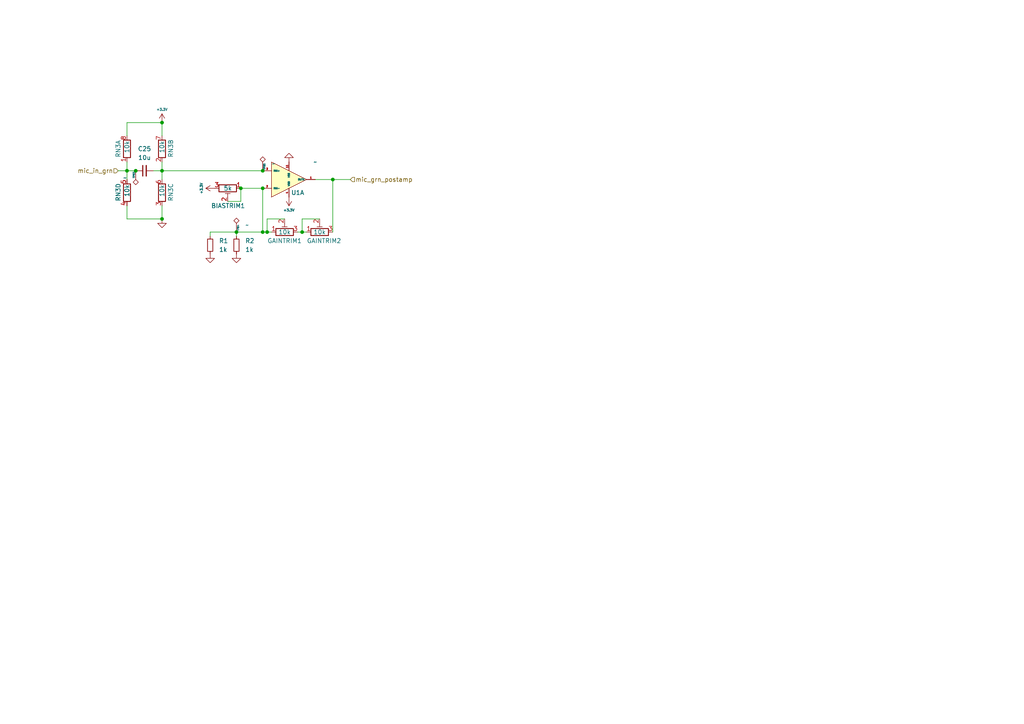
<source format=kicad_sch>
(kicad_sch (version 20230121) (generator eeschema)
  (paper "A4")
  (lib_symbols
    (symbol "Connector:TestPoint_Alt" (pin_numbers hide) (pin_names (offset 0.762) hide)
      (property "Reference" "TP" (at 0 6.858 0))
      (property "Value" "TestPoint_Alt" (at 0 5.08 0))
      (symbol "TestPoint_Alt_0_1"
        (polyline (pts (xy 0 2.54) (xy -0.762 3.302) (xy 0 4.064) (xy 0.762 3.302) (xy 0 2.54)))
      )
      (symbol "TestPoint_Alt_1_1"
        (pin passive line (at 0 0 90) (length 2.54) (name "1") (number "1"))
      )
    )
    (symbol "Device:C_Small" (pin_numbers hide) (pin_names (offset 0.254) hide)
      (property "Reference" "C" (at 0.254 1.778 0))
      (property "Value" "C_Small" (at 0.254 -2.032 0))
      (symbol "C_Small_0_1"
        (polyline (pts (xy -1.524 -0.508) (xy 1.524 -0.508)) (stroke (width 0.3302)))
        (polyline (pts (xy -1.524 0.508) (xy 1.524 0.508)) (stroke (width 0.3048)))
      )
      (symbol "C_Small_1_1"
        (pin passive line (at 0 2.54 270) (length 2.032) (name "~") (number "1"))
        (pin passive line (at 0 -2.54 90) (length 2.032) (name "~") (number "2"))
      )
    )
    (symbol "Device:R_Pack04_Split" (pin_names (offset 0) hide)
      (property "Reference" "RN" (at 2.032 0 90))
      (property "Value" "R_Pack04_Split" (at 0 0 90))
      (symbol "R_Pack04_Split_0_1"
        (rectangle (start 1.016 2.54) (end -1.016 -2.54) (stroke (width 0.254)))
      )
      (symbol "R_Pack04_Split_1_1"
        (pin passive line (at 0 -3.81 90) (length 1.27) (name "R1.1") (number "1"))
        (pin passive line (at 0 3.81 270) (length 1.27) (name "R1.2") (number "8"))
      )
      (symbol "R_Pack04_Split_2_1"
        (pin passive line (at 0 -3.81 90) (length 1.27) (name "R2.1") (number "2"))
        (pin passive line (at 0 3.81 270) (length 1.27) (name "R2.2") (number "7"))
      )
      (symbol "R_Pack04_Split_3_1"
        (pin passive line (at 0 -3.81 90) (length 1.27) (name "R3.1") (number "3"))
        (pin passive line (at 0 3.81 270) (length 1.27) (name "R3.2") (number "6"))
      )
      (symbol "R_Pack04_Split_4_1"
        (pin passive line (at 0 -3.81 90) (length 1.27) (name "R4.1") (number "4"))
        (pin passive line (at 0 3.81 270) (length 1.27) (name "R4.2") (number "5"))
      )
    )
    (symbol "Device:R_Potentiometer_Trim" (pin_names (offset 1.016) hide)
      (property "Reference" "RV" (at -4.445 0 90))
      (property "Value" "R_Potentiometer_Trim" (at -2.54 0 90))
      (symbol "R_Potentiometer_Trim_0_1"
        (polyline (pts (xy 1.524 0.762) (xy 1.524 -0.762)))
        (polyline (pts (xy 2.54 0) (xy 1.524 0)))
        (rectangle (start 1.016 2.54) (end -1.016 -2.54) (stroke (width 0.254)))
      )
      (symbol "R_Potentiometer_Trim_1_1"
        (pin passive line (at 0 3.81 270) (length 1.27) (name "1") (number "1"))
        (pin passive line (at 3.81 0 180) (length 1.27) (name "2") (number "2"))
        (pin passive line (at 0 -3.81 90) (length 1.27) (name "3") (number "3"))
      )
    )
    (symbol "Device:R_Small" (pin_numbers hide) (pin_names (offset 0.254) hide)
      (property "Reference" "R" (at 0.762 0.508 0))
      (property "Value" "R_Small" (at 0.762 -1.016 0))
      (symbol "R_Small_0_1"
        (rectangle (start -0.762 1.778) (end 0.762 -1.778) (stroke (width 0.2032)))
      )
      (symbol "R_Small_1_1"
        (pin passive line (at 0 2.54 270) (length 0.762) (name "~") (number "1"))
        (pin passive line (at 0 -2.54 90) (length 0.762) (name "~") (number "2"))
      )
    )
    (symbol "RTOS_POD:MCP6489-E/SL"
      (property "Reference" "U" (at 8.89 -2.54 0))
      (symbol "MCP6489-E/SL_0_1"
        (polyline (pts (xy 0 5.08) (xy 10.16 0) (xy 0 -5.08) (xy 0 5.08)) (fill (type background)))
        (pin power_in line (at 5.08 -5.08 90) (length 2.54) (name "VSS") (number "11"))
        (pin power_in line (at 5.08 5.08 270) (length 2.54) (name "VDD") (number "4"))
      )
      (symbol "MCP6489-E/SL_1_1"
        (pin output line (at 12.7 0 180) (length 2.54) (name "OUTA") (number "1"))
        (pin input line (at -2.54 2.54 0) (length 2.54) (name "INA-") (number "2"))
        (pin input line (at -2.54 -2.54 0) (length 2.54) (name "INA+") (number "3"))
      )
      (symbol "MCP6489-E/SL_2_1"
        (pin input line (at -2.54 -2.54 0) (length 2.54) (name "INB+") (number "5"))
        (pin input line (at -2.54 2.54 0) (length 2.54) (name "INB-") (number "6"))
        (pin output line (at 12.7 0 180) (length 2.54) (name "OUTB") (number "7"))
      )
      (symbol "MCP6489-E/SL_3_1"
        (pin input line (at -2.54 -2.54 0) (length 2.54) (name "INC+") (number "10"))
        (pin output line (at 12.7 0 180) (length 2.54) (name "OUTA") (number "8"))
        (pin input line (at -2.54 2.54 0) (length 2.54) (name "INC-") (number "9"))
      )
      (symbol "MCP6489-E/SL_4_1"
        (pin input line (at -2.54 -2.54 0) (length 2.54) (name "IND+") (number "12"))
        (pin input line (at -2.54 2.54 0) (length 2.54) (name "IND-") (number "13"))
        (pin output line (at 12.7 0 180) (length 2.54) (name "OUTD") (number "14"))
      )
    )
    (symbol "power:+3.3V" (power) (pin_names (offset 0))
      (property "Value" "+3.3V" (at 0 3.556 0))
      (symbol "+3.3V_0_1"
        (polyline (pts (xy -0.762 1.27) (xy 0 2.54)))
        (polyline (pts (xy 0 0) (xy 0 2.54)))
        (polyline (pts (xy 0 2.54) (xy 0.762 1.27)))
      )
      (symbol "+3.3V_1_1"
        (pin power_in line (at 0 0 90) (length 0) hide (name "+3.3V") (number "1"))
      )
    )
    (symbol "power:GND" (power) (pin_names (offset 0))
      (property "Value" "GND" (at 0 -3.81 0))
      (symbol "GND_0_1"
        (polyline (pts (xy 0 0) (xy 0 -1.27) (xy 1.27 -1.27) (xy 0 -2.54) (xy -1.27 -1.27) (xy 0 -1.27)))
      )
      (symbol "GND_1_1"
        (pin power_in line (at 0 0 270) (length 0) hide (name "GND") (number "1"))
      )
    )
  )
  (junction (at 46.99 35.56))
  (junction (at 69.85 54.61))
  (junction (at 76.2 49.53))
  (junction (at 68.58 67.31))
  (junction (at 46.99 49.53))
  (junction (at 76.2 67.31))
  (junction (at 77.47 67.31))
  (junction (at 36.83 49.53))
  (junction (at 87.63 67.31))
  (junction (at 39.37 49.53))
  (junction (at 76.2 54.61))
  (junction (at 46.99 63.5))
  (junction (at 96.52 52.07))
  (wire (pts (xy 46.99 49.53) (xy 76.2 49.53)))
  (wire (pts (xy 87.63 67.31) (xy 88.9 67.31)))
  (wire (pts (xy 36.83 35.56) (xy 36.83 39.37)))
  (wire (pts (xy 46.99 46.99) (xy 46.99 49.53)))
  (wire (pts (xy 36.83 59.69) (xy 36.83 63.5)))
  (wire (pts (xy 77.47 63.5) (xy 77.47 67.31)))
  (wire (pts (xy 91.44 52.07) (xy 96.52 52.07)))
  (wire (pts (xy 36.83 49.53) (xy 36.83 52.07)))
  (wire (pts (xy 46.99 49.53) (xy 46.99 52.07)))
  (wire (pts (xy 66.04 58.42) (xy 69.85 58.42)))
  (wire (pts (xy 46.99 35.56) (xy 46.99 39.37)))
  (wire (pts (xy 87.63 63.5) (xy 92.71 63.5)))
  (wire (pts (xy 76.2 54.61) (xy 76.2 67.31)))
  (wire (pts (xy 87.63 63.5) (xy 87.63 67.31)))
  (wire (pts (xy 76.2 67.31) (xy 77.47 67.31)))
  (wire (pts (xy 68.58 67.31) (xy 76.2 67.31)))
  (wire (pts (xy 36.83 46.99) (xy 36.83 49.53)))
  (wire (pts (xy 69.85 54.61) (xy 69.85 58.42)))
  (wire (pts (xy 46.99 59.69) (xy 46.99 63.5)))
  (wire (pts (xy 96.52 52.07) (xy 96.52 67.31)))
  (wire (pts (xy 36.83 35.56) (xy 46.99 35.56)))
  (wire (pts (xy 86.36 67.31) (xy 87.63 67.31)))
  (wire (pts (xy 60.96 67.31) (xy 60.96 68.58)))
  (wire (pts (xy 68.58 67.31) (xy 68.58 68.58)))
  (wire (pts (xy 68.58 67.31) (xy 60.96 67.31)))
  (wire (pts (xy 36.83 49.53) (xy 39.37 49.53)))
  (wire (pts (xy 77.47 63.5) (xy 82.55 63.5)))
  (wire (pts (xy 69.85 54.61) (xy 76.2 54.61)))
  (wire (pts (xy 77.47 67.31) (xy 78.74 67.31)))
  (wire (pts (xy 44.45 49.53) (xy 46.99 49.53)))
  (wire (pts (xy 34.29 49.53) (xy 36.83 49.53)))
  (wire (pts (xy 96.52 52.07) (xy 101.6 52.07)))
  (wire (pts (xy 36.83 63.5) (xy 46.99 63.5)))
  (hierarchical_label "mic_in_grn" (shape input) (at 34.29 49.53 180))
  (hierarchical_label "mic_grn_postamp" (shape input) (at 101.6 52.07 0))
  (symbol (lib_id "Device:R_Small") (at 68.58 71.12 180) (unit 1)
    (property "Reference" "R2" (at 71.12 69.85 0) (effects (justify right)))
    (property "Value" "1k" (at 71.12 72.39 0) (effects (justify right)))
    (property "Footprint" "Resistor_SMD:R_0805_2012Metric_Pad1.20x1.40mm_HandSolder" (effects hide))
  )
  (symbol (lib_id "power:+3.3V") (at 62.23 54.61 90) (mirror x) (unit 1)
    (property "Reference" "#PWR086" (effects hide))
    (property "Value" "+3.3V" (at 58.42 54.61 0) (effects (font (size 0.7 0.7))))
  )
  (symbol (lib_id "Device:R_Pack04_Split") (at 46.99 55.88 0) (unit 3)
    (property "Reference" "RN3" (at 49.53 58.42 90) (effects (justify left)))
    (property "Value" "10k" (at 46.99 57.15 90) (effects (justify left)))
    (property "Footprint" "Resistor_SMD:R_Array_Concave_4x0603" (effects hide))
    (property "Datasheet" "https://www.mouser.com/ProductDetail/SEI-Stackpole/RAVF164DJT10K0?qs=FESYatJ8odLQ8lqAC%2BW9ig%3D%3D" (effects hide))
  )
  (symbol (lib_id "power:GND") (at 60.96 73.66 0) (mirror y) (unit 1)
    (property "Reference" "#PWR085" (effects hide))
    (property "Value" "GND" (effects hide))
  )
  (symbol (lib_id "RTOS_POD:MCP6489-E/SL") (at 78.74 52.07 0) (mirror x) (unit 1)
    (property "Reference" "U1" (at 86.36 55.88 0))
    (property "Value" "~" (at 91.44 46.99 0))
    (property "Footprint" "Package_SO:SOIC-14_3.9x8.7mm_P1.27mm" (effects hide))
    (property "Datasheet" "https://ww1.microchip.com/downloads/aemDocuments/documents/MSLD/ProductDocuments/DataSheets/MCP6486-Family-Data-Sheet-DS20006679.pdf" (effects hide))
  )
  (symbol (lib_id "power:GND") (at 83.82 46.99 0) (mirror x) (unit 1)
    (property "Reference" "#PWR088" (effects hide))
    (property "Value" "GND" (effects hide))
  )
  (symbol (lib_id "Connector:TestPoint_Alt") (at 68.58 67.31 0) (unit 1)
    (property "Reference" "TP84" (at 69.088 67.056 90) (effects (font (size 0.5 0.5)) (justify left)))
    (property "Value" "~" (at 71.12 65.278 0) (effects (justify left)))
    (property "Footprint" "rtospod_footprints:tht_testpt" (effects hide))
  )
  (symbol (lib_id "Connector:TestPoint_Alt") (at 39.37 49.53 180) (unit 1)
    (property "Reference" "TP83" (at 38.862 49.784 90) (effects (font (size 0.5 0.5)) (justify left)))
    (property "Value" "~" (at 36.83 51.562 0) (effects (justify left)))
    (property "Footprint" "rtospod_footprints:tht_testpt" (effects hide))
  )
  (symbol (lib_id "Device:R_Small") (at 60.96 71.12 180) (unit 1)
    (property "Reference" "R1" (at 63.5 69.85 0) (effects (justify right)))
    (property "Value" "1k" (at 63.5 72.39 0) (effects (justify right)))
    (property "Footprint" "Resistor_SMD:R_0805_2012Metric_Pad1.20x1.40mm_HandSolder" (effects hide))
  )
  (symbol (lib_id "Device:R_Pack04_Split") (at 36.83 55.88 0) (unit 4)
    (property "Reference" "RN3" (at 34.29 58.42 90) (effects (justify left)))
    (property "Value" "10k" (at 36.83 57.15 90) (effects (justify left)))
    (property "Footprint" "Resistor_SMD:R_Array_Concave_4x0603" (effects hide))
    (property "Datasheet" "https://www.mouser.com/ProductDetail/SEI-Stackpole/RAVF164DJT10K0?qs=FESYatJ8odLQ8lqAC%2BW9ig%3D%3D" (effects hide))
  )
  (symbol (lib_id "Device:R_Pack04_Split") (at 46.99 43.18 0) (unit 2)
    (property "Reference" "RN3" (at 49.53 45.72 90) (effects (justify left)))
    (property "Value" "10k" (at 46.99 44.45 90) (effects (justify left)))
    (property "Footprint" "Resistor_SMD:R_Array_Concave_4x0603" (effects hide))
    (property "Datasheet" "https://www.mouser.com/ProductDetail/SEI-Stackpole/RAVF164DJT10K0?qs=FESYatJ8odLQ8lqAC%2BW9ig%3D%3D" (effects hide))
  )
  (symbol (lib_id "Device:R_Potentiometer_Trim") (at 82.55 67.31 90) (unit 1)
    (property "Reference" "GAINTRIM1" (at 82.55 69.85 90))
    (property "Value" "10k" (at 82.55 67.31 90))
    (property "Footprint" "Potentiometer_THT:Potentiometer_ACP_CA9-H5_Horizontal" (effects hide))
    (property "Datasheet" "https://www.mouser.com/datasheet/2/40/Carbon_Preset_E_HA06-3179837.pdf" (effects hide))
    (property "Field4" "https://www.mouser.com/ProductDetail/KYOCERA-AVX/601030?qs=B6kkDfuK7%2FDwxok08zuurA%3D%3D" (effects hide))
  )
  (symbol (lib_id "Device:R_Pack04_Split") (at 36.83 43.18 0) (mirror y) (unit 1)
    (property "Reference" "RN3" (at 34.29 45.72 90) (effects (justify left)))
    (property "Value" "10k" (at 36.83 44.45 90) (effects (justify left)))
    (property "Footprint" "Resistor_SMD:R_Array_Concave_4x0603" (effects hide))
    (property "Datasheet" "https://www.mouser.com/ProductDetail/SEI-Stackpole/RAVF164DJT10K0?qs=FESYatJ8odLQ8lqAC%2BW9ig%3D%3D" (effects hide))
  )
  (symbol (lib_id "power:GND") (at 68.58 73.66 0) (mirror y) (unit 1)
    (property "Reference" "#PWR087" (effects hide))
    (property "Value" "GND" (effects hide))
  )
  (symbol (lib_id "Device:C_Small") (at 41.91 49.53 90) (unit 1)
    (property "Reference" "C25" (at 41.9163 43.18 90))
    (property "Value" "10u" (at 41.9163 45.72 90))
    (property "Footprint" "Resistor_SMD:R_0805_2012Metric_Pad1.20x1.40mm_HandSolder" (effects hide))
  )
  (symbol (lib_id "Connector:TestPoint_Alt") (at 76.2 49.53 0) (unit 1)
    (property "Reference" "TP85" (at 76.708 49.276 90) (effects (font (size 0.5 0.5)) (justify left)))
    (property "Value" "~" (at 78.74 47.498 0) (effects (justify left)))
    (property "Footprint" "rtospod_footprints:tht_testpt" (effects hide))
  )
  (symbol (lib_id "power:GND") (at 46.99 63.5 0) (mirror y) (unit 1)
    (property "Reference" "#PWR084" (effects hide))
    (property "Value" "GND" (effects hide))
  )
  (symbol (lib_id "Device:R_Potentiometer_Trim") (at 92.71 67.31 90) (unit 1)
    (property "Reference" "GAINTRIM2" (at 93.98 69.85 90))
    (property "Value" "10k" (at 92.71 67.31 90))
    (property "Footprint" "Potentiometer_THT:Potentiometer_ACP_CA9-H5_Horizontal" (effects hide))
    (property "Datasheet" "https://www.mouser.com/datasheet/2/40/Carbon_Preset_E_HA06-3179837.pdf" (effects hide))
    (property "Field4" "https://www.mouser.com/ProductDetail/KYOCERA-AVX/601030?qs=B6kkDfuK7%2FDwxok08zuurA%3D%3D" (effects hide))
  )
  (symbol (lib_id "power:+3.3V") (at 83.82 57.15 0) (mirror x) (unit 1)
    (property "Reference" "#PWR089" (effects hide))
    (property "Value" "+3.3V" (at 83.82 60.96 0) (effects (font (size 0.7 0.7))))
  )
  (symbol (lib_id "power:+3.3V") (at 46.99 35.56 0) (mirror y) (unit 1)
    (property "Reference" "#PWR083" (effects hide))
    (property "Value" "+3.3V" (at 46.99 31.75 0) (effects (font (size 0.7 0.7))))
  )
  (symbol (lib_id "Device:R_Potentiometer_Trim") (at 66.04 54.61 270) (unit 1)
    (property "Reference" "BIASTRIM1" (at 71.12 59.69 90) (effects (justify right)))
    (property "Value" "5k" (at 67.31 54.61 90) (effects (justify right)))
    (property "Footprint" "Potentiometer_THT:Potentiometer_ACP_CA9-H5_Horizontal" (effects hide))
    (property "Datasheet" "https://www.mouser.com/datasheet/2/40/Carbon_Preset_E_HA06-3179837.pdf" (effects hide))
    (property "Field4" "https://www.mouser.com/ProductDetail/KYOCERA-AVX/601030?qs=B6kkDfuK7%2FDwxok08zuurA%3D%3D" (effects hide))
  )
)
</source>
